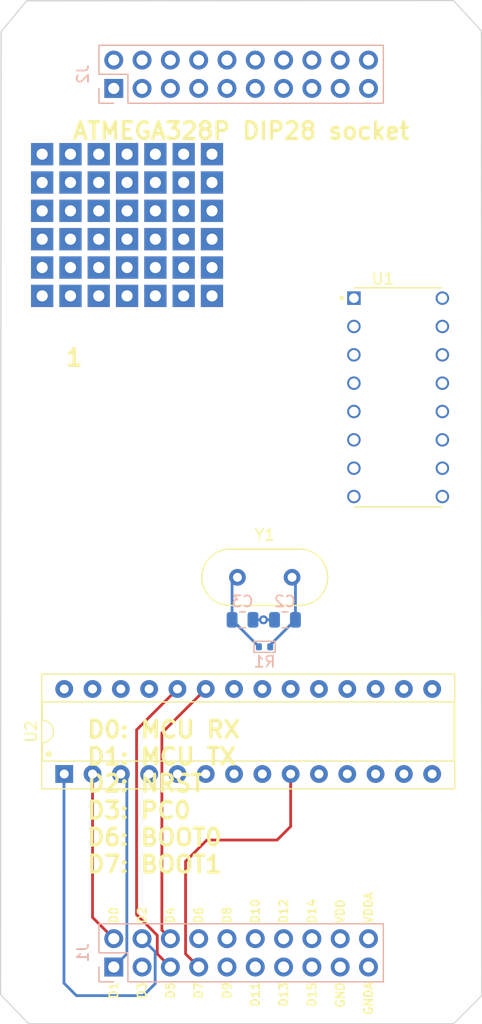
<source format=kicad_pcb>
(kicad_pcb (version 20240108) (generator "pcbnew") (generator_version "8.0")
  (title_block (title "Scaffold STM32F205 daughterboard") (date "2019-07-22") (company "LEDGER SAS") (comment 1 "Under LGPL v3 license"))
  (layers (0 "F.Cu" signal) (31 "B.Cu" signal) (34 "B.Paste" user) (35 "F.Paste" user) (36 "B.SilkS" user "B.Silkscreen") (37 "F.SilkS" user "F.Silkscreen") (38 "B.Mask" user) (39 "F.Mask" user) (44 "Edge.Cuts" user))
  (net 0 "")
  (net 6 "GNDA")
  (net 9 "Net-(J3-Pin_2)")
  (net 23 "/D1_MCU_TX")
  (net 30 "/D0_MCU_RX")
  (net 43 "/D2_NRST")
  (net 46 "/D3_MCU_PC0")
  (net 62 "GND")
  (net 77 "Net-(U2-XTAL2{slash}PB7)")
  (net 78 "/D7_CLK_PB6")
  (net 79 "/D5_MCU_PC1")
  (net 80 "/D4_MCU_PC0")
  (net 83 "VDDA")
  (footprint "mykicadlibs:TEST_BREADBOARD_RECTANGULAR" (layer "F.Cu") (at 168.8338 51.6128)
    (property "Reference" "TP8" (hide yes))
    (property "Value" "TestPoint" (hide yes))
    (pad "1" thru_hole rect (at 0 0) (size 2 2) (drill 1) (layers "*.Cu" "*.Mask"))
  )
  (footprint "mykicadlibs:TEST_BREADBOARD_RECTANGULAR" (layer "F.Cu") (at 153.5938 54.1528)
    (property "Reference" "TP30" (hide yes))
    (property "Value" "TestPoint" (hide yes))
    (pad "1" thru_hole rect (at 0 0) (size 2 2) (drill 1) (layers "*.Cu" "*.Mask"))
  )
  (footprint "mykicadlibs:TEST_BREADBOARD_RECTANGULAR" (layer "F.Cu") (at 166.2938 51.6128)
    (property "Reference" "TP42" (hide yes))
    (property "Value" "TestPoint" (hide yes))
    (pad "1" thru_hole rect (at 0 0) (size 2 2) (drill 1) (layers "*.Cu" "*.Mask"))
  )
  (footprint "mykicadlibs:TEST_BREADBOARD_RECTANGULAR" (layer "F.Cu") (at 158.6738 64.3128)
    (property "Reference" "TP41" (hide yes))
    (property "Value" "TestPoint" (hide yes))
    (pad "1" thru_hole rect (at 0 0) (size 2 2) (drill 1) (layers "*.Cu" "*.Mask"))
  )
  (footprint "mykicadlibs:TEST_BREADBOARD_RECTANGULAR" (layer "F.Cu") (at 156.1338 54.1528)
    (property "Reference" "TP40" (hide yes))
    (property "Value" "TestPoint" (hide yes))
    (pad "1" thru_hole rect (at 0 0) (size 2 2) (drill 1) (layers "*.Cu" "*.Mask"))
  )
  (footprint "mykicadlibs:TEST_BREADBOARD_RECTANGULAR" (layer "F.Cu") (at 163.7538 51.6128)
    (property "Reference" "TP1" (hide yes))
    (property "Value" "TestPoint" (hide yes))
    (pad "1" thru_hole rect (at 0 0) (size 2 2) (drill 1) (layers "*.Cu" "*.Mask"))
  )
  (footprint "mykicadlibs:TEST_BREADBOARD_RECTANGULAR" (layer "F.Cu") (at 153.5938 64.3128)
    (property "Reference" "TP2" (hide yes))
    (property "Value" "TestPoint" (hide yes))
    (pad "1" thru_hole rect (at 0 0) (size 2 2) (drill 1) (layers "*.Cu" "*.Mask"))
  )
  (footprint "mykicadlibs:TEST_BREADBOARD_RECTANGULAR" (layer "F.Cu") (at 161.2138 64.3128)
    (property "Reference" "TP3" (hide yes))
    (property "Value" "TestPoint" (hide yes))
    (pad "1" thru_hole rect (at 0 0) (size 2 2) (drill 1) (layers "*.Cu" "*.Mask"))
  )
  (footprint "mykicadlibs:TEST_BREADBOARD_RECTANGULAR" (layer "F.Cu") (at 158.6738 54.1528)
    (property "Reference" "TP4" (hide yes))
    (property "Value" "TestPoint" (hide yes))
    (pad "1" thru_hole rect (at 0 0) (size 2 2) (drill 1) (layers "*.Cu" "*.Mask"))
  )
  (footprint "mykicadlibs:TEST_BREADBOARD_RECTANGULAR" (layer "F.Cu") (at 161.2138 51.6128)
    (property "Reference" "TP5" (hide yes))
    (property "Value" "TestPoint" (hide yes))
    (pad "1" thru_hole rect (at 0 0) (size 2 2) (drill 1) (layers "*.Cu" "*.Mask"))
  )
  (footprint "mykicadlibs:TEST_BREADBOARD_RECTANGULAR" (layer "F.Cu") (at 156.1338 64.3128)
    (property "Reference" "TP6" (hide yes))
    (property "Value" "TestPoint" (hide yes))
    (pad "1" thru_hole rect (at 0 0) (size 2 2) (drill 1) (layers "*.Cu" "*.Mask"))
  )
  (footprint "mykicadlibs:TEST_BREADBOARD_RECTANGULAR" (layer "F.Cu") (at 163.7538 64.3128)
    (property "Reference" "TP7" (hide yes))
    (property "Value" "TestPoint" (hide yes))
    (pad "1" thru_hole rect (at 0 0) (size 2 2) (drill 1) (layers "*.Cu" "*.Mask"))
  )
  (footprint "mykicadlibs:TEST_BREADBOARD_RECTANGULAR" (layer "F.Cu") (at 161.2138 61.7728)
    (property "Reference" "TP9" (hide yes))
    (property "Value" "TestPoint" (hide yes))
    (pad "1" thru_hole rect (at 0 0) (size 2 2) (drill 1) (layers "*.Cu" "*.Mask"))
  )
  (footprint "mykicadlibs:TEST_BREADBOARD_RECTANGULAR" (layer "F.Cu") (at 161.2138 54.1528)
    (property "Reference" "TP10" (hide yes))
    (property "Value" "TestPoint" (hide yes))
    (pad "1" thru_hole rect (at 0 0) (size 2 2) (drill 1) (layers "*.Cu" "*.Mask"))
  )
  (footprint "mykicadlibs:TEST_BREADBOARD_RECTANGULAR" (layer "F.Cu") (at 158.6738 51.6128)
    (property "Reference" "TP11" (hide yes))
    (property "Value" "TestPoint" (hide yes))
    (pad "1" thru_hole rect (at 0 0) (size 2 2) (drill 1) (layers "*.Cu" "*.Mask"))
  )
  (footprint "mykicadlibs:TEST_BREADBOARD_RECTANGULAR" (layer "F.Cu") (at 168.8338 64.3128)
    (property "Reference" "TP12" (hide yes))
    (property "Value" "TestPoint" (hide yes))
    (pad "1" thru_hole rect (at 0 0) (size 2 2) (drill 1) (layers "*.Cu" "*.Mask"))
  )
  (footprint "mykicadlibs:TEST_BREADBOARD_RECTANGULAR" (layer "F.Cu") (at 166.2938 64.3128)
    (property "Reference" "TP13" (hide yes))
    (property "Value" "TestPoint" (hide yes))
    (pad "1" thru_hole rect (at 0 0) (size 2 2) (drill 1) (layers "*.Cu" "*.Mask"))
  )
  (footprint "mykicadlibs:TEST_BREADBOARD_RECTANGULAR" (layer "F.Cu") (at 163.7538 61.7728)
    (property "Reference" "TP14" (hide yes))
    (property "Value" "TestPoint" (hide yes))
    (pad "1" thru_hole rect (at 0 0) (size 2 2) (drill 1) (layers "*.Cu" "*.Mask"))
  )
  (footprint "mykicadlibs:TEST_BREADBOARD_RECTANGULAR" (layer "F.Cu") (at 163.7538 54.1528)
    (property "Reference" "TP15" (hide yes))
    (property "Value" "TestPoint" (hide yes))
    (pad "1" thru_hole rect (at 0 0) (size 2 2) (drill 1) (layers "*.Cu" "*.Mask"))
  )
  (footprint "mykicadlibs:TEST_BREADBOARD_RECTANGULAR" (layer "F.Cu") (at 156.1338 51.6128)
    (property "Reference" "TP16" (hide yes))
    (property "Value" "TestPoint" (hide yes))
    (pad "1" thru_hole rect (at 0 0) (size 2 2) (drill 1) (layers "*.Cu" "*.Mask"))
  )
  (footprint "mykicadlibs:TEST_BREADBOARD_RECTANGULAR" (layer "F.Cu") (at 153.5938 61.7728)
    (property "Reference" "TP18" (hide yes))
    (property "Value" "TestPoint" (hide yes))
    (pad "1" thru_hole rect (at 0 0) (size 2 2) (drill 1) (layers "*.Cu" "*.Mask"))
  )
  (footprint "mykicadlibs:TEST_BREADBOARD_RECTANGULAR" (layer "F.Cu") (at 158.6738 61.7728)
    (property "Reference" "TP38" (hide yes))
    (property "Value" "TestPoint" (hide yes))
    (pad "1" thru_hole rect (at 0 0) (size 2 2) (drill 1) (layers "*.Cu" "*.Mask"))
  )
  (footprint "mykicadlibs:TEST_BREADBOARD_RECTANGULAR" (layer "F.Cu") (at 153.5938 59.2328)
    (property "Reference" "TP19" (hide yes))
    (property "Value" "TestPoint" (hide yes))
    (pad "1" thru_hole rect (at 0 0) (size 2 2) (drill 1) (layers "*.Cu" "*.Mask"))
  )
  (footprint "mykicadlibs:TEST_BREADBOARD_RECTANGULAR" (layer "F.Cu") (at 166.2938 54.1528)
    (property "Reference" "TP20" (hide yes))
    (property "Value" "TestPoint" (hide yes))
    (pad "1" thru_hole rect (at 0 0) (size 2 2) (drill 1) (layers "*.Cu" "*.Mask"))
  )
  (footprint "mykicadlibs:TEST_BREADBOARD_RECTANGULAR" (layer "F.Cu") (at 153.5938 51.6128)
    (property "Reference" "TP21" (hide yes))
    (property "Value" "TestPoint" (hide yes))
    (pad "1" thru_hole rect (at 0 0) (size 2 2) (drill 1) (layers "*.Cu" "*.Mask"))
  )
  (footprint "mykicadlibs:TEST_BREADBOARD_RECTANGULAR" (layer "F.Cu") (at 156.1338 61.7728)
    (property "Reference" "TP22" (hide yes))
    (property "Value" "TestPoint" (hide yes))
    (pad "1" thru_hole rect (at 0 0) (size 2 2) (drill 1) (layers "*.Cu" "*.Mask"))
  )
  (footprint "mykicadlibs:TEST_BREADBOARD_RECTANGULAR" (layer "F.Cu") (at 166.2938 61.7728)
    (property "Reference" "TP23" (hide yes))
    (property "Value" "TestPoint" (hide yes))
    (pad "1" thru_hole rect (at 0 0) (size 2 2) (drill 1) (layers "*.Cu" "*.Mask"))
  )
  (footprint "mykicadlibs:TEST_BREADBOARD_RECTANGULAR" (layer "F.Cu") (at 158.6738 59.2328)
    (property "Reference" "TP24" (hide yes))
    (property "Value" "TestPoint" (hide yes))
    (pad "1" thru_hole rect (at 0 0) (size 2 2) (drill 1) (layers "*.Cu" "*.Mask"))
  )
  (footprint "mykicadlibs:TEST_BREADBOARD_RECTANGULAR" (layer "F.Cu") (at 168.8338 54.1528)
    (property "Reference" "TP25" (hide yes))
    (property "Value" "TestPoint" (hide yes))
    (pad "1" thru_hole rect (at 0 0) (size 2 2) (drill 1) (layers "*.Cu" "*.Mask"))
  )
  (footprint "mykicadlibs:TEST_BREADBOARD_RECTANGULAR" (layer "F.Cu") (at 153.5938 56.6928)
    (property "Reference" "TP26" (hide yes))
    (property "Value" "TestPoint" (hide yes))
    (pad "1" thru_hole rect (at 0 0) (size 2 2) (drill 1) (layers "*.Cu" "*.Mask"))
  )
  (footprint "mykicadlibs:TEST_BREADBOARD_RECTANGULAR" (layer "F.Cu") (at 163.7538 59.2328)
    (property "Reference" "TP27" (hide yes))
    (property "Value" "TestPoint" (hide yes))
    (pad "1" thru_hole rect (at 0 0) (size 2 2) (drill 1) (layers "*.Cu" "*.Mask"))
  )
  (footprint "mykicadlibs:TEST_BREADBOARD_RECTANGULAR" (layer "F.Cu") (at 168.8338 61.7728)
    (property "Reference" "TP28" (hide yes))
    (property "Value" "TestPoint" (hide yes))
    (pad "1" thru_hole rect (at 0 0) (size 2 2) (drill 1) (layers "*.Cu" "*.Mask"))
  )
  (footprint "mykicadlibs:TEST_BREADBOARD_RECTANGULAR" (layer "F.Cu") (at 161.2138 59.2328)
    (property "Reference" "TP17" (hide yes))
    (property "Value" "TestPoint" (hide yes))
    (pad "1" thru_hole rect (at 0 0) (size 2 2) (drill 1) (layers "*.Cu" "*.Mask"))
  )
  (footprint "mykicadlibs:TEST_BREADBOARD_RECTANGULAR" (layer "F.Cu") (at 161.2138 56.6928)
    (property "Reference" "TP39" (hide yes))
    (property "Value" "TestPoint" (hide yes))
    (pad "1" thru_hole rect (at 0 0) (size 2 2) (drill 1) (layers "*.Cu" "*.Mask"))
  )
  (footprint "mykicadlibs:TEST_BREADBOARD_RECTANGULAR" (layer "F.Cu") (at 156.1338 56.6928)
    (property "Reference" "TP37" (hide yes))
    (property "Value" "TestPoint" (hide yes))
    (pad "1" thru_hole rect (at 0 0) (size 2 2) (drill 1) (layers "*.Cu" "*.Mask"))
  )
  (footprint "mykicadlibs:TEST_BREADBOARD_RECTANGULAR" (layer "F.Cu") (at 166.2938 59.2328)
    (property "Reference" "TP36" (hide yes))
    (property "Value" "TestPoint" (hide yes))
    (pad "1" thru_hole rect (at 0 0) (size 2 2) (drill 1) (layers "*.Cu" "*.Mask"))
  )
  (footprint "mykicadlibs:TEST_BREADBOARD_RECTANGULAR" (layer "F.Cu") (at 156.1338 59.2328)
    (property "Reference" "TP35" (hide yes))
    (property "Value" "TestPoint" (hide yes))
    (pad "1" thru_hole rect (at 0 0) (size 2 2) (drill 1) (layers "*.Cu" "*.Mask"))
  )
  (footprint "mykicadlibs:TEST_BREADBOARD_RECTANGULAR" (layer "F.Cu") (at 166.2938 56.6928)
    (property "Reference" "TP34" (hide yes))
    (property "Value" "TestPoint" (hide yes))
    (pad "1" thru_hole rect (at 0 0) (size 2 2) (drill 1) (layers "*.Cu" "*.Mask"))
  )
  (footprint "mykicadlibs:TEST_BREADBOARD_RECTANGULAR" (layer "F.Cu") (at 158.6738 56.6928)
    (property "Reference" "TP33" (hide yes))
    (property "Value" "TestPoint" (hide yes))
    (pad "1" thru_hole rect (at 0 0) (size 2 2) (drill 1) (layers "*.Cu" "*.Mask"))
  )
  (footprint "mykicadlibs:TEST_BREADBOARD_RECTANGULAR" (layer "F.Cu") (at 168.8338 59.2328)
    (property "Reference" "TP32" (hide yes))
    (property "Value" "TestPoint" (hide yes))
    (pad "1" thru_hole rect (at 0 0) (size 2 2) (drill 1) (layers "*.Cu" "*.Mask"))
  )
  (footprint "mykicadlibs:TEST_BREADBOARD_RECTANGULAR" (layer "F.Cu") (at 168.8338 56.6928)
    (property "Reference" "TP31" (hide yes))
    (property "Value" "TestPoint" (hide yes))
    (pad "1" thru_hole rect (at 0 0) (size 2 2) (drill 1) (layers "*.Cu" "*.Mask"))
  )
  (footprint "mykicadlibs:TEST_BREADBOARD_RECTANGULAR" (layer "F.Cu") (at 163.7538 56.6928)
    (property "Reference" "TP29" (hide yes))
    (property "Value" "TestPoint" (hide yes))
    (pad "1" thru_hole rect (at 0 0) (size 2 2) (drill 1) (layers "*.Cu" "*.Mask"))
  )
  (footprint "Crystal:Crystal_HC18-U_Vertical" (layer "F.Cu") (at 176.0198 89.535 180)
    (property "Reference" "Y1" (at 2.45 3.81 180) (layer "F.SilkS"))
    (property "Value" "Crystal_Small")
    (fp_line (start -0.675 2.525) (end 5.575 2.525) (stroke (width 0.12)) (layer "F.SilkS"))
    (fp_line (start -0.675 -2.525) (end 5.575 -2.525) (stroke (width 0.12)) (layer "F.SilkS"))
    (fp_arc (start 5.575 -2.525) (mid 8.1 0) (end 5.575 2.525) (stroke (width 0.12)) (layer "F.SilkS"))
    (fp_arc (start -0.675 2.525) (mid -3.2 0) (end -0.675 -2.525) (stroke (width 0.12)) (layer "F.SilkS"))
    (pad "1" thru_hole circle (at 0 0 180) (size 1.5 1.5) (drill 0.8) (layers "*.Cu" "*.Mask") (net 77 "Net-(U2-XTAL2{slash}PB7)"))
    (pad "2" thru_hole circle (at 4.9 0 180) (size 1.5 1.5) (drill 0.8) (layers "*.Cu" "*.Mask") (net 78 "/D7_CLK_PB6"))
  )
  (footprint "PCM_Package_DIP_AKL:DIP-28_W7.62mm_Socket" (layer "F.Cu") (at 155.575 107.1626 90)
    (property "Reference" "U2" (at 3.81 -2.965 -90) (layer "F.SilkS"))
    (property "Value" "ATmega328P-P" (hide yes))
    (fp_line (start 8.95 -2.025) (end -1.33 -2.025) (stroke (width 0.12)) (layer "F.SilkS"))
    (fp_line (start -1.33 -2.025) (end -1.33 35.045) (stroke (width 0.12)) (layer "F.SilkS"))
    (fp_line (start 6.46 -1.965) (end 4.81 -1.965) (stroke (width 0.12)) (layer "F.SilkS"))
    (fp_line (start 2.81 -1.965) (end 1.16 -1.965) (stroke (width 0.12)) (layer "F.SilkS"))
    (fp_line (start 1.16 -1.965) (end 1.16 34.985) (stroke (width 0.12)) (layer "F.SilkS"))
    (fp_line (start 6.46 34.985) (end 6.46 -1.965) (stroke (width 0.12)) (layer "F.SilkS"))
    (fp_line (start 1.16 34.985) (end 6.46 34.985) (stroke (width 0.12)) (layer "F.SilkS"))
    (fp_line (start 8.95 35.045) (end 8.95 -2.025) (stroke (width 0.12)) (layer "F.SilkS"))
    (fp_line (start -1.33 35.045) (end 8.95 35.045) (stroke (width 0.12)) (layer "F.SilkS"))
    (fp_arc (start 4.81 -1.965) (mid 3.81 -0.965) (end 2.81 -1.965) (stroke (width 0.12)) (layer "F.SilkS"))
    (fp_circle (center 1.778 -1.397) (end 1.978 -1.397) (stroke (width 0.12)) (fill none) (layer "F.SilkS"))
    (fp_circle (center 1.778 -1.397) (end 1.903 -1.397) (stroke (width 0.12)) (fill none) (layer "F.SilkS"))
    (fp_circle (center 1.778 -1.397) (end 1.828 -1.397) (stroke (width 0.12)) (fill none) (layer "F.SilkS"))
    (pad "1" thru_hole rect (at 0 0 90) (size 1.6 1.6) (drill 0.8) (layers "*.Cu" "*.Mask") (net 43 "/D2_NRST"))
    (pad "2" thru_hole oval (at 0 2.54 90) (size 1.6 1.6) (drill 0.8) (layers "*.Cu" "*.Mask") (net 30 "/D0_MCU_RX"))
    (pad "3" thru_hole oval (at 0 5.08 90) (size 1.6 1.6) (drill 0.8) (layers "*.Cu" "*.Mask") (net 23 "/D1_MCU_TX"))
    (pad "4" thru_hole oval (at 0 7.62 90) (size 1.6 1.6) (drill 0.8) (layers "*.Cu" "*.Mask"))
    (pad "5" thru_hole oval (at 0 10.16 90) (size 1.6 1.6) (drill 0.8) (layers "*.Cu" "*.Mask"))
    (pad "6" thru_hole oval (at 0 12.7 90) (size 1.6 1.6) (drill 0.8) (layers "*.Cu" "*.Mask"))
    (pad "7" thru_hole oval (at 0 15.24 90) (size 1.6 1.6) (drill 0.8) (layers "*.Cu" "*.Mask") (net 9 "Net-(J3-Pin_2)"))
    (pad "8" thru_hole oval (at 0 17.78 90) (size 1.6 1.6) (drill 0.8) (layers "*.Cu" "*.Mask") (net 6 "GNDA"))
    (pad "9" thru_hole oval (at 0 20.32 90) (size 1.6 1.6) (drill 0.8) (layers "*.Cu" "*.Mask") (net 78 "/D7_CLK_PB6"))
    (pad "10" thru_hole oval (at 0 22.86 90) (size 1.6 1.6) (drill 0.8) (layers "*.Cu" "*.Mask") (net 77 "Net-(U2-XTAL2{slash}PB7)"))
    (pad "11" thru_hole oval (at 0 25.4 90) (size 1.6 1.6) (drill 0.8) (layers "*.Cu" "*.Mask"))
    (pad "12" thru_hole oval (at 0 27.94 90) (size 1.6 1.6) (drill 0.8) (layers "*.Cu" "*.Mask"))
    (pad "13" thru_hole oval (at 0 30.48 90) (size 1.6 1.6) (drill 0.8) (layers "*.Cu" "*.Mask"))
    (pad "14" thru_hole oval (at 0 33.02 90) (size 1.6 1.6) (drill 0.8) (layers "*.Cu" "*.Mask"))
    (pad "15" thru_hole oval (at 7.62 33.02 90) (size 1.6 1.6) (drill 0.8) (layers "*.Cu" "*.Mask"))
    (pad "16" thru_hole oval (at 7.62 30.48 90) (size 1.6 1.6) (drill 0.8) (layers "*.Cu" "*.Mask"))
    (pad "17" thru_hole oval (at 7.62 27.94 90) (size 1.6 1.6) (drill 0.8) (layers "*.Cu" "*.Mask"))
    (pad "18" thru_hole oval (at 7.62 25.4 90) (size 1.6 1.6) (drill 0.8) (layers "*.Cu" "*.Mask"))
    (pad "19" thru_hole oval (at 7.62 22.86 90) (size 1.6 1.6) (drill 0.8) (layers "*.Cu" "*.Mask"))
    (pad "20" thru_hole oval (at 7.62 20.32 90) (size 1.6 1.6) (drill 0.8) (layers "*.Cu" "*.Mask") (net 9 "Net-(J3-Pin_2)"))
    (pad "21" thru_hole oval (at 7.62 17.78 90) (size 1.6 1.6) (drill 0.8) (layers "*.Cu" "*.Mask"))
    (pad "22" thru_hole oval (at 7.62 15.24 90) (size 1.6 1.6) (drill 0.8) (layers "*.Cu" "*.Mask") (net 6 "GNDA"))
    (pad "23" thru_hole oval (at 7.62 12.7 90) (size 1.6 1.6) (drill 0.8) (layers "*.Cu" "*.Mask") (net 80 "/D4_MCU_PC0"))
    (pad "24" thru_hole oval (at 7.62 10.16 90) (size 1.6 1.6) (drill 0.8) (layers "*.Cu" "*.Mask") (net 79 "/D5_MCU_PC1"))
    (pad "25" thru_hole oval (at 7.62 7.62 90) (size 1.6 1.6) (drill 0.8) (layers "*.Cu" "*.Mask"))
    (pad "26" thru_hole oval (at 7.62 5.08 90) (size 1.6 1.6) (drill 0.8) (layers "*.Cu" "*.Mask"))
    (pad "27" thru_hole oval (at 7.62 2.54 90) (size 1.6 1.6) (drill 0.8) (layers "*.Cu" "*.Mask"))
    (pad "28" thru_hole oval (at 7.62 0 90) (size 1.6 1.6) (drill 0.8) (layers "*.Cu" "*.Mask"))
  )
  (footprint "MAX4619CPE_:DIP794W47P254L1943H457Q16" (layer "F.Cu") (at 185.5394 73.406)
    (property "Reference" "U1" (at -1.365 -10.635 0) (layer "F.SilkS"))
    (property "Value" "MAX4619CPE_")
    (fp_line (start -3.935 -9.817) (end 3.935 -9.817) (stroke (width 0.127)) (layer "F.SilkS"))
    (fp_line (start -3.935 9.817) (end 3.935 9.817) (stroke (width 0.127)) (layer "F.SilkS"))
    (fp_circle (center -5.075 -8.89) (end -4.975 -8.89) (stroke (width 0.2)) (fill none) (layer "F.SilkS"))
    (pad "1" thru_hole rect (at -3.97 -8.89) (size 1.21 1.21) (drill 0.86) (layers "*.Cu" "*.Mask"))
    (pad "2" thru_hole circle (at -3.97 -6.35) (size 1.21 1.21) (drill 0.86) (layers "*.Cu" "*.Mask"))
    (pad "3" thru_hole circle (at -3.97 -3.81) (size 1.21 1.21) (drill 0.86) (layers "*.Cu" "*.Mask"))
    (pad "4" thru_hole circle (at -3.97 -1.27) (size 1.21 1.21) (drill 0.86) (layers "*.Cu" "*.Mask"))
    (pad "5" thru_hole circle (at -3.97 1.27) (size 1.21 1.21) (drill 0.86) (layers "*.Cu" "*.Mask"))
    (pad "6" thru_hole circle (at -3.97 3.81) (size 1.21 1.21) (drill 0.86) (layers "*.Cu" "*.Mask"))
    (pad "7" thru_hole circle (at -3.97 6.35) (size 1.21 1.21) (drill 0.86) (layers "*.Cu" "*.Mask"))
    (pad "8" thru_hole circle (at -3.97 8.89) (size 1.21 1.21) (drill 0.86) (layers "*.Cu" "*.Mask") (net 62 "GND"))
    (pad "9" thru_hole circle (at 3.97 8.89) (size 1.21 1.21) (drill 0.86) (layers "*.Cu" "*.Mask"))
    (pad "10" thru_hole circle (at 3.97 6.35) (size 1.21 1.21) (drill 0.86) (layers "*.Cu" "*.Mask"))
    (pad "11" thru_hole circle (at 3.97 3.81) (size 1.21 1.21) (drill 0.86) (layers "*.Cu" "*.Mask"))
    (pad "12" thru_hole circle (at 3.97 1.27) (size 1.21 1.21) (drill 0.86) (layers "*.Cu" "*.Mask"))
    (pad "13" thru_hole circle (at 3.97 -1.27) (size 1.21 1.21) (drill 0.86) (layers "*.Cu" "*.Mask"))
    (pad "14" thru_hole circle (at 3.97 -3.81) (size 1.21 1.21) (drill 0.86) (layers "*.Cu" "*.Mask"))
    (pad "15" thru_hole circle (at 3.97 -6.35) (size 1.21 1.21) (drill 0.86) (layers "*.Cu" "*.Mask"))
    (pad "16" thru_hole circle (at 3.97 -8.89) (size 1.21 1.21) (drill 0.86) (layers "*.Cu" "*.Mask"))
  )
  (footprint "Connector_PinSocket_2.54mm:PinSocket_2x10_P2.54mm_Vertical" (layer "B.Cu") (at 160.02 124.46 -90)
    (property "Reference" "J1" (at -1.27 2.77 90) (layer "B.SilkS") (effects (justify mirror)))
    (property "Value" "Conn_02x10_Odd_Even" (hide yes))
    (fp_line (start -3.87 1.33) (end -1.27 1.33) (stroke (width 0.12)) (layer "B.SilkS"))
    (fp_line (start -3.87 1.33) (end -3.87 -24.19) (stroke (width 0.12)) (layer "B.SilkS"))
    (fp_line (start -1.27 1.33) (end -1.27 -1.27) (stroke (width 0.12)) (layer "B.SilkS"))
    (fp_line (start 0 1.33) (end 1.33 1.33) (stroke (width 0.12)) (layer "B.SilkS"))
    (fp_line (start 1.33 1.33) (end 1.33 0) (stroke (width 0.12)) (layer "B.SilkS"))
    (fp_line (start -1.27 -1.27) (end 1.33 -1.27) (stroke (width 0.12)) (layer "B.SilkS"))
    (fp_line (start 1.33 -1.27) (end 1.33 -24.19) (stroke (width 0.12)) (layer "B.SilkS"))
    (fp_line (start -3.87 -24.19) (end 1.33 -24.19) (stroke (width 0.12)) (layer "B.SilkS"))
    (pad "1" thru_hole rect (at 0 0 270) (size 1.7 1.7) (drill 1) (layers "*.Cu" "*.Mask") (net 23 "/D1_MCU_TX"))
    (pad "2" thru_hole oval (at -2.54 0 270) (size 1.7 1.7) (drill 1) (layers "*.Cu" "*.Mask") (net 30 "/D0_MCU_RX"))
    (pad "3" thru_hole oval (at 0 -2.54 270) (size 1.7 1.7) (drill 1) (layers "*.Cu" "*.Mask") (net 46 "/D3_MCU_PC0"))
    (pad "4" thru_hole oval (at -2.54 -2.54 270) (size 1.7 1.7) (drill 1) (layers "*.Cu" "*.Mask") (net 43 "/D2_NRST"))
    (pad "5" thru_hole oval (at 0 -5.08 270) (size 1.7 1.7) (drill 1) (layers "*.Cu" "*.Mask") (net 79 "/D5_MCU_PC1"))
    (pad "6" thru_hole oval (at -2.54 -5.08 270) (size 1.7 1.7) (drill 1) (layers "*.Cu" "*.Mask") (net 80 "/D4_MCU_PC0"))
    (pad "7" thru_hole oval (at 0 -7.62 270) (size 1.7 1.7) (drill 1) (layers "*.Cu" "*.Mask") (net 78 "/D7_CLK_PB6"))
    (pad "8" thru_hole oval (at -2.54 -7.62 270) (size 1.7 1.7) (drill 1) (layers "*.Cu" "*.Mask"))
    (pad "9" thru_hole oval (at 0 -10.16 270) (size 1.7 1.7) (drill 1) (layers "*.Cu" "*.Mask"))
    (pad "10" thru_hole oval (at -2.54 -10.16 270) (size 1.7 1.7) (drill 1) (layers "*.Cu" "*.Mask"))
    (pad "11" thru_hole oval (at 0 -12.7 270) (size 1.7 1.7) (drill 1) (layers "*.Cu" "*.Mask"))
    (pad "12" thru_hole oval (at -2.54 -12.7 270) (size 1.7 1.7) (drill 1) (layers "*.Cu" "*.Mask"))
    (pad "13" thru_hole oval (at 0 -15.24 270) (size 1.7 1.7) (drill 1) (layers "*.Cu" "*.Mask"))
    (pad "14" thru_hole oval (at -2.54 -15.24 270) (size 1.7 1.7) (drill 1) (layers "*.Cu" "*.Mask"))
    (pad "15" thru_hole oval (at 0 -17.78 270) (size 1.7 1.7) (drill 1) (layers "*.Cu" "*.Mask"))
    (pad "16" thru_hole oval (at -2.54 -17.78 270) (size 1.7 1.7) (drill 1) (layers "*.Cu" "*.Mask"))
    (pad "17" thru_hole oval (at 0 -20.32 270) (size 1.7 1.7) (drill 1) (layers "*.Cu" "*.Mask") (net 62 "GND"))
    (pad "18" thru_hole oval (at -2.54 -20.32 270) (size 1.7 1.7) (drill 1) (layers "*.Cu" "*.Mask"))
    (pad "19" thru_hole oval (at 0 -22.86 270) (size 1.7 1.7) (drill 1) (layers "*.Cu" "*.Mask") (net 6 "GNDA"))
    (pad "20" thru_hole oval (at -2.54 -22.86 270) (size 1.7 1.7) (drill 1) (layers "*.Cu" "*.Mask") (net 83 "VDDA"))
  )
  (footprint "Connector_PinSocket_2.54mm:PinSocket_2x10_P2.54mm_Vertical" (layer "B.Cu") (at 160.02 45.72 -90)
    (property "Reference" "J2" (at -1.27 2.77 90) (layer "B.SilkS") (effects (justify mirror)))
    (property "Value" "Conn_02x10_Odd_Even" (hide yes))
    (fp_line (start -3.87 1.33) (end -1.27 1.33) (stroke (width 0.12)) (layer "B.SilkS"))
    (fp_line (start -3.87 1.33) (end -3.87 -24.19) (stroke (width 0.12)) (layer "B.SilkS"))
    (fp_line (start -1.27 1.33) (end -1.27 -1.27) (stroke (width 0.12)) (layer "B.SilkS"))
    (fp_line (start 0 1.33) (end 1.33 1.33) (stroke (width 0.12)) (layer "B.SilkS"))
    (fp_line (start 1.33 1.33) (end 1.33 0) (stroke (width 0.12)) (layer "B.SilkS"))
    (fp_line (start -1.27 -1.27) (end 1.33 -1.27) (stroke (width 0.12)) (layer "B.SilkS"))
    (fp_line (start 1.33 -1.27) (end 1.33 -24.19) (stroke (width 0.12)) (layer "B.SilkS"))
    (fp_line (start -3.87 -24.19) (end 1.33 -24.19) (stroke (width 0.12)) (layer "B.SilkS"))
    (pad "1" thru_hole rect (at 0 0 270) (size 1.7 1.7) (drill 1) (layers "*.Cu" "*.Mask"))
    (pad "2" thru_hole oval (at -2.54 0 270) (size 1.7 1.7) (drill 1) (layers "*.Cu" "*.Mask"))
    (pad "3" thru_hole oval (at 0 -2.54 270) (size 1.7 1.7) (drill 1) (layers "*.Cu" "*.Mask"))
    (pad "4" thru_hole oval (at -2.54 -2.54 270) (size 1.7 1.7) (drill 1) (layers "*.Cu" "*.Mask"))
    (pad "5" thru_hole oval (at 0 -5.08 270) (size 1.7 1.7) (drill 1) (layers "*.Cu" "*.Mask"))
    (pad "6" thru_hole oval (at -2.54 -5.08 270) (size 1.7 1.7) (drill 1) (layers "*.Cu" "*.Mask"))
    (pad "7" thru_hole oval (at 0 -7.62 270) (size 1.7 1.7) (drill 1) (layers "*.Cu" "*.Mask"))
    (pad "8" thru_hole oval (at -2.54 -7.62 270) (size 1.7 1.7) (drill 1) (layers "*.Cu" "*.Mask"))
    (pad "9" thru_hole oval (at 0 -10.16 270) (size 1.7 1.7) (drill 1) (layers "*.Cu" "*.Mask"))
    (pad "10" thru_hole oval (at -2.54 -10.16 270) (size 1.7 1.7) (drill 1) (layers "*.Cu" "*.Mask"))
    (pad "11" thru_hole oval (at 0 -12.7 270) (size 1.7 1.7) (drill 1) (layers "*.Cu" "*.Mask"))
    (pad "12" thru_hole oval (at -2.54 -12.7 270) (size 1.7 1.7) (drill 1) (layers "*.Cu" "*.Mask"))
    (pad "13" thru_hole oval (at 0 -15.24 270) (size 1.7 1.7) (drill 1) (layers "*.Cu" "*.Mask"))
    (pad "14" thru_hole oval (at -2.54 -15.24 270) (size 1.7 1.7) (drill 1) (layers "*.Cu" "*.Mask"))
    (pad "15" thru_hole oval (at 0 -17.78 270) (size 1.7 1.7) (drill 1) (layers "*.Cu" "*.Mask"))
    (pad "16" thru_hole oval (at -2.54 -17.78 270) (size 1.7 1.7) (drill 1) (layers "*.Cu" "*.Mask"))
    (pad "17" thru_hole oval (at 0 -20.32 270) (size 1.7 1.7) (drill 1) (layers "*.Cu" "*.Mask"))
    (pad "18" thru_hole oval (at -2.54 -20.32 270) (size 1.7 1.7) (drill 1) (layers "*.Cu" "*.Mask"))
    (pad "19" thru_hole oval (at 0 -22.86 270) (size 1.7 1.7) (drill 1) (layers "*.Cu" "*.Mask"))
    (pad "20" thru_hole oval (at -2.54 -22.86 270) (size 1.7 1.7) (drill 1) (layers "*.Cu" "*.Mask"))
  )
  (footprint "Capacitor_SMD:C_0805_2012Metric" (layer "B.Cu") (at 171.5748 93.345 180)
    (property "Reference" "C3" (at 0 1.651 180) (layer "B.SilkS") (effects (justify mirror)))
    (property "Value" "22p")
    (fp_line (start -0.258578 0.71) (end 0.258578 0.71) (stroke (width 0.12)) (layer "B.SilkS"))
    (fp_line (start -0.258578 -0.71) (end 0.258578 -0.71) (stroke (width 0.12)) (layer "B.SilkS"))
    (pad "1" smd roundrect (at -0.9375 0 180) (size 0.975 1.4) (layers "B.Cu" "B.Paste" "B.Mask") (net 6 "GNDA"))
    (pad "2" smd roundrect (at 0.9375 0 180) (size 0.975 1.4) (layers "B.Cu" "B.Paste" "B.Mask") (net 78 "/D7_CLK_PB6"))
  )
  (footprint "Capacitor_SMD:C_0805_2012Metric" (layer "B.Cu") (at 175.3848 93.345)
    (property "Reference" "C2" (at 0 -1.651 0) (layer "B.SilkS") (effects (justify mirror)))
    (property "Value" "22p")
    (fp_line (start -0.258578 -0.71) (end 0.258578 -0.71) (stroke (width 0.12)) (layer "B.SilkS"))
    (fp_line (start -0.258578 0.71) (end 0.258578 0.71) (stroke (width 0.12)) (layer "B.SilkS"))
    (pad "1" smd roundrect (at -0.9375 0) (size 0.975 1.4) (layers "B.Cu" "B.Paste" "B.Mask") (net 6 "GNDA"))
    (pad "2" smd roundrect (at 0.9375 0) (size 0.975 1.4) (layers "B.Cu" "B.Paste" "B.Mask") (net 77 "Net-(U2-XTAL2{slash}PB7)"))
  )
  (footprint "PCM_Resistor_SMD_AKL:R_0402_1005Metric" (layer "B.Cu") (at 173.5548 95.765)
    (property "Reference" "R1" (at 0 1.3335 0) (layer "B.SilkS") (effects (justify mirror)))
    (property "Value" "1M" (hide yes))
    (fp_line (start -0.95 -0.5) (end -0.95 0.5) (stroke (width 0.12)) (layer "B.SilkS"))
    (fp_line (start -0.95 0.5) (end 0.95 0.5) (stroke (width 0.12)) (layer "B.SilkS"))
    (fp_line (start 0.95 -0.5) (end -0.95 -0.5) (stroke (width 0.12)) (layer "B.SilkS"))
    (fp_line (start 0.95 0.5) (end 0.95 -0.5) (stroke (width 0.12)) (layer "B.SilkS"))
    (pad "1" smd roundrect (at -0.51 0) (size 0.54 0.64) (layers "B.Cu" "B.Paste" "B.Mask") (net 78 "/D7_CLK_PB6"))
    (pad "2" smd roundrect (at 0.51 0) (size 0.54 0.64) (layers "B.Cu" "B.Paste" "B.Mask") (net 77 "Net-(U2-XTAL2{slash}PB7)"))
  )
  (gr_line (start 157.48 129.54) (end 152.3746 129.54) (stroke (width 0.1)) (layer "Edge.Cuts"))
  (gr_line (start 193.04 127.0254) (end 190.5254 129.54) (stroke (width 0.1)) (layer "Edge.Cuts"))
  (gr_line (start 193.0146 40.5638) (end 190.5 37.846) (stroke (width 0.1)) (layer "Edge.Cuts"))
  (gr_line (start 185.42 129.54) (end 157.48 129.54) (stroke (width 0.1)) (layer "Edge.Cuts"))
  (gr_line (start 190.5254 129.54) (end 185.42 129.54) (stroke (width 0.1)) (layer "Edge.Cuts"))
  (gr_line (start 149.86 126.9238) (end 149.9108 40.64) (stroke (width 0.1)) (layer "Edge.Cuts"))
  (gr_line (start 152.3746 129.54) (end 149.86 126.9238) (stroke (width 0.1)) (layer "Edge.Cuts"))
  (gr_line (start 190.5 37.846) (end 187.9854 37.846) (stroke (width 0.1)) (layer "Edge.Cuts"))
  (gr_line (start 152.1968 37.8714) (end 187.9854 37.846) (stroke (width 0.1)) (layer "Edge.Cuts"))
  (gr_line (start 152.1968 37.8714) (end 149.9108 40.64) (stroke (width 0.1)) (layer "Edge.Cuts"))
  (gr_line (start 193.0146 40.5638) (end 193.04 127.0254) (stroke (width 0.1)) (layer "Edge.Cuts"))
  (gr_text "GNDA" (at 182.88 125.73 90) (layer "F.SilkS") (effects (font (size 0.75 0.75)) (justify right)))
  (gr_text "GND" (at 180.34 125.73 90) (layer "F.SilkS") (effects (font (size 0.75 0.75)) (justify right)))
  (gr_text "D15" (at 177.8 125.73 90) (layer "F.SilkS") (effects (font (size 0.75 0.75)) (justify right)))
  (gr_text "D13" (at 175.26 125.73 90) (layer "F.SilkS") (effects (font (size 0.75 0.75)) (justify right)))
  (gr_text "D11" (at 172.72 125.73 90) (layer "F.SilkS") (effects (font (size 0.75 0.75)) (justify right)))
  (gr_text "D9" (at 170.18 125.73 90) (layer "F.SilkS") (effects (font (size 0.75 0.75)) (justify right)))
  (gr_text "D7" (at 167.64 125.73 90) (layer "F.SilkS") (effects (font (size 0.75 0.75)) (justify right)))
  (gr_text "D5" (at 165.1 125.73 90) (layer "F.SilkS") (effects (font (size 0.75 0.75)) (justify right)))
  (gr_text "D3" (at 162.56 125.73 90) (layer "F.SilkS") (effects (font (size 0.75 0.75)) (justify right)))
  (gr_text "D1" (at 160.02 125.73 90) (layer "F.SilkS") (effects (font (size 0.75 0.75)) (justify right)))
  (gr_text "D0" (at 160.02 120.65 90) (layer "F.SilkS") (effects (font (size 0.75 0.75)) (justify left)))
  (gr_text "D2" (at 162.56 120.65 90) (layer "F.SilkS") (effects (font (size 0.75 0.75)) (justify left)))
  (gr_text "D4" (at 165.1 120.65 90) (layer "F.SilkS") (effects (font (size 0.75 0.75)) (justify left)))
  (gr_text "D6" (at 167.64 120.65 90) (layer "F.SilkS") (effects (font (size 0.75 0.75)) (justify left)))
  (gr_text "D8" (at 170.18 120.65 90) (layer "F.SilkS") (effects (font (size 0.75 0.75)) (justify left)))
  (gr_text "D10" (at 172.72 120.65 90) (layer "F.SilkS") (effects (font (size 0.75 0.75)) (justify left)))
  (gr_text "D12" (at 175.26 120.65 90) (layer "F.SilkS") (effects (font (size 0.75 0.75)) (justify left)))
  (gr_text "D14" (at 177.8 120.65 90) (layer "F.SilkS") (effects (font (size 0.75 0.75)) (justify left)))
  (gr_text "VDD" (at 180.34 120.65 90) (layer "F.SilkS") (effects (font (size 0.75 0.75)) (justify left)))
  (gr_text "VDDA" (at 182.88 120.65 90) (layer "F.SilkS") (effects (font (size 0.75 0.75)) (justify left)))
  (gr_text "D0: MCU RX\nD1: MCU TX\nD2: NRST\nD3: PC0\nD6: BOOT0\nD7: BOOT1" (at 157.48 109.22 0) (layer "F.SilkS") (effects (font (size 1.5 1.5) (thickness 0.3)) (justify left)))
  (gr_text "ATMEGA328P DIP28 socket" (at 171.45 49.53 0) (layer "F.SilkS") (effects (font (size 1.5 1.5) (thickness 0.3))))
  (gr_text "1" (at 156.464 69.85 0) (layer "F.SilkS") (effects (font (size 1.5 1.5) (thickness 0.3))))
  (via (at 173.4566 93.345) (size 0.8) (drill 0.4) (layers "F.Cu" "B.Cu") (net 6))
  (segment (start 172.5123 93.345) (end 173.4566 93.345) (width 0.25) (layer "B.Cu") (net 6))
  (segment (start 173.4566 93.345) (end 174.4473 93.345) (width 0.25) (layer "B.Cu") (net 6))
  (segment (start 161.195 123.285) (end 160.02 124.46) (width 0.25) (layer "B.Cu") (net 23))
  (segment (start 160.655 107.1626) (end 161.195 107.7026) (width 0.25) (layer "B.Cu") (net 23))
  (segment (start 161.195 107.7026) (end 161.195 123.285) (width 0.25) (layer "B.Cu") (net 23))
  (segment (start 158.115 107.1626) (end 158.115 120.015) (width 0.25) (layer "F.Cu") (net 30))
  (segment (start 158.115 120.015) (end 160.02 121.92) (width 0.25) (layer "F.Cu") (net 30))
  (segment (start 155.5496 107.9754) (end 155.575 107.95) (width 0.25) (layer "B.Cu") (net 43))
  (segment (start 155.575 107.95) (end 155.575 107.1626) (width 0.25) (layer "B.Cu") (net 43))
  (segment (start 156.6672 127.0254) (end 155.5496 125.9078) (width 0.25) (layer "B.Cu") (net 43))
  (segment (start 155.5496 125.9078) (end 155.5496 107.9754) (width 0.25) (layer "B.Cu") (net 43))
  (segment (start 163.735 125.952) (end 162.6616 127.0254) (width 0.25) (layer "B.Cu") (net 43))
  (segment (start 162.6616 127.0254) (end 156.6672 127.0254) (width 0.25) (layer "B.Cu") (net 43))
  (segment (start 162.56 121.92) (end 163.735 123.095) (width 0.25) (layer "B.Cu") (net 43))
  (segment (start 163.735 123.095) (end 163.735 125.952) (width 0.25) (layer "B.Cu") (net 43))
  (segment (start 176.3223 89.8375) (end 176.0198 89.535) (width 0.25) (layer "B.Cu") (net 77))
  (segment (start 176.3223 93.345) (end 176.3223 89.8375) (width 0.25) (layer "B.Cu") (net 77))
  (segment (start 176.3223 93.345) (end 174.0648 95.6025) (width 0.25) (layer "B.Cu") (net 77))
  (segment (start 174.0648 95.6025) (end 174.0648 95.765) (width 0.25) (layer "B.Cu") (net 77))
  (segment (start 175.895 107.1626) (end 175.895 111.8616) (width 0.25) (layer "F.Cu") (net 78))
  (segment (start 166.465 123.285) (end 167.64 124.46) (width 0.25) (layer "F.Cu") (net 78))
  (segment (start 174.6758 113.0808) (end 168.3766 113.0808) (width 0.25) (layer "F.Cu") (net 78))
  (segment (start 166.465 114.9924) (end 166.465 123.285) (width 0.25) (layer "F.Cu") (net 78))
  (segment (start 175.895 111.8616) (end 174.6758 113.0808) (width 0.25) (layer "F.Cu") (net 78))
  (segment (start 168.3766 113.0808) (end 166.465 114.9924) (width 0.25) (layer "F.Cu") (net 78))
  (segment (start 170.6373 93.345) (end 170.6373 90.0175) (width 0.25) (layer "B.Cu") (net 78))
  (segment (start 170.6373 90.0175) (end 171.1198 89.535) (width 0.25) (layer "B.Cu") (net 78))
  (segment (start 173.0448 95.7525) (end 173.0448 95.765) (width 0.25) (layer "B.Cu") (net 78))
  (segment (start 170.6373 93.345) (end 173.0448 95.7525) (width 0.25) (layer "B.Cu") (net 78))
  (segment (start 162.07 103.2076) (end 162.07 119.768299) (width 0.25) (layer "F.Cu") (net 79))
  (segment (start 162.07 119.768299) (end 163.925 121.623299) (width 0.25) (layer "F.Cu") (net 79))
  (segment (start 163.925 121.623299) (end 163.925 123.285) (width 0.25) (layer "F.Cu") (net 79))
  (segment (start 165.735 99.5426) (end 162.07 103.2076) (width 0.25) (layer "F.Cu") (net 79))
  (segment (start 163.925 123.285) (end 165.1 124.46) (width 0.25) (layer "F.Cu") (net 79))
  (segment (start 164.338 121.158) (end 165.1 121.92) (width 0.25) (layer "F.Cu") (net 80))
  (segment (start 164.338 103.4796) (end 164.338 121.158) (width 0.25) (layer "F.Cu") (net 80))
  (segment (start 168.275 99.5426) (end 164.338 103.4796) (width 0.25) (layer "F.Cu") (net 80))
)
</source>
